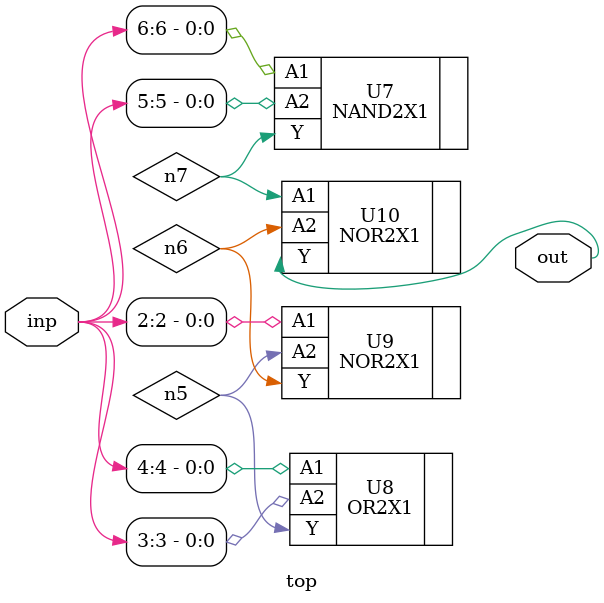
<source format=sv>


module top ( inp, out );
  input [6:0] inp;
  output out;
  wire   n5, n6, n7;

  NAND2X1 U7 ( .A1(inp[6]), .A2(inp[5]), .Y(n7) );
  OR2X1 U8 ( .A1(inp[4]), .A2(inp[3]), .Y(n5) );
  NOR2X1 U9 ( .A1(inp[2]), .A2(n5), .Y(n6) );
  NOR2X1 U10 ( .A1(n7), .A2(n6), .Y(out) );
endmodule


</source>
